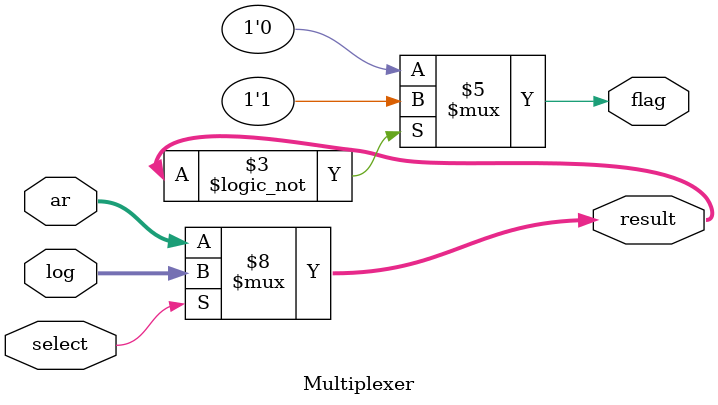
<source format=v>
module Multiplexer(input[31:0] ar, log, input select, output reg [31:0] result, output reg flag);
    always @ (*) begin
        if(select == 0) result = ar;
        else result = log;
        
        if(result == 32'b0) flag = 1;
        else flag = 0;
    end
endmodule
</source>
